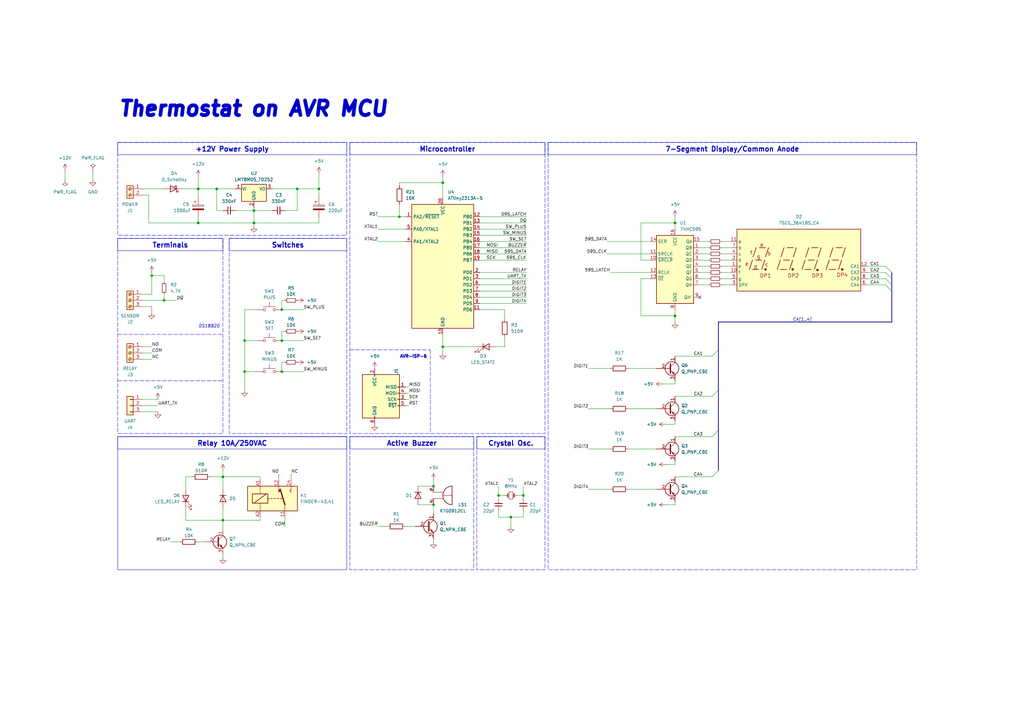
<source format=kicad_sch>
(kicad_sch (version 20230121) (generator eeschema)
  (paper "A3")
  (title_block (title "Thermostat on ATtiny2313A") (date "2023-07-02") (company "sergeeyyarkov"))
  (lib_symbols
    (symbol "74xx:74HC595"
      (property "Reference" "U" (at -7.62 13.97 0))
      (property "Value" "74HC595" (at -7.62 -16.51 0))
      (symbol "74HC595_1_0"
        (pin tri_state line (at 10.16 7.62 180) (length 2.54) (name "QB") (number "1"))
        (pin input line (at -10.16 2.54 0) (length 2.54) (name "~{SRCLR}") (number "10"))
        (pin input line (at -10.16 5.08 0) (length 2.54) (name "SRCLK") (number "11"))
        (pin input line (at -10.16 -2.54 0) (length 2.54) (name "RCLK") (number "12"))
        (pin input line (at -10.16 -5.08 0) (length 2.54) (name "~{OE}") (number "13"))
        (pin input line (at -10.16 10.16 0) (length 2.54) (name "SER") (number "14"))
        (pin tri_state line (at 10.16 10.16 180) (length 2.54) (name "QA") (number "15"))
        (pin power_in line (at 0 15.24 270) (length 2.54) (name "VCC") (number "16"))
        (pin tri_state line (at 10.16 5.08 180) (length 2.54) (name "QC") (number "2"))
        (pin tri_state line (at 10.16 2.54 180) (length 2.54) (name "QD") (number "3"))
        (pin tri_state line (at 10.16 0 180) (length 2.54) (name "QE") (number "4"))
        (pin tri_state line (at 10.16 -2.54 180) (length 2.54) (name "QF") (number "5"))
        (pin tri_state line (at 10.16 -5.08 180) (length 2.54) (name "QG") (number "6"))
        (pin tri_state line (at 10.16 -7.62 180) (length 2.54) (name "QH") (number "7"))
        (pin power_in line (at 0 -17.78 90) (length 2.54) (name "GND") (number "8"))
        (pin output line (at 10.16 -12.7 180) (length 2.54) (name "QH'") (number "9"))
      )
    )
    (symbol "Connector:AVR-ISP-6" (pin_names (offset 1.016))
      (property "Reference" "J" (at -6.35 11.43 0))
      (property "Value" "AVR-ISP-6" (at 0 11.43 0))
      (symbol "AVR-ISP-6_1_1"
        (pin passive line (at 10.16 5.08 180) (length 2.54) (name "MISO") (number "1"))
        (pin passive line (at -2.54 12.7 270) (length 2.54) (name "VCC") (number "2"))
        (pin passive line (at 10.16 0 180) (length 2.54) (name "SCK") (number "3"))
        (pin passive line (at 10.16 2.54 180) (length 2.54) (name "MOSI") (number "4"))
        (pin passive line (at 10.16 -2.54 180) (length 2.54) (name "~{RST}") (number "5"))
        (pin passive line (at -2.54 -10.16 90) (length 2.54) (name "GND") (number "6"))
      )
    )
    (symbol "Connector:Screw_Terminal_01x02" (pin_names (offset 1.016) hide)
      (property "Reference" "J" (at 0 2.54 0))
      (property "Value" "Screw_Terminal_01x02" (at 0 -5.08 0))
      (symbol "Screw_Terminal_01x02_1_1"
        (pin passive line (at -5.08 0 0) (length 3.81) (name "Pin_1") (number "1"))
        (pin passive line (at -5.08 -2.54 0) (length 3.81) (name "Pin_2") (number "2"))
      )
    )
    (symbol "Connector:Screw_Terminal_01x03" (pin_names (offset 1.016) hide)
      (property "Reference" "J" (at 0 5.08 0))
      (property "Value" "Screw_Terminal_01x03" (at 0 -5.08 0))
      (symbol "Screw_Terminal_01x03_1_1"
        (pin passive line (at -5.08 2.54 0) (length 3.81) (name "Pin_1") (number "1"))
        (pin passive line (at -5.08 0 0) (length 3.81) (name "Pin_2") (number "2"))
        (pin passive line (at -5.08 -2.54 0) (length 3.81) (name "Pin_3") (number "3"))
      )
    )
    (symbol "Connector_Generic:Conn_01x03" (pin_names (offset 1.016) hide)
      (property "Reference" "J" (at 0 5.08 0))
      (property "Value" "Conn_01x03" (at 0 -5.08 0))
      (symbol "Conn_01x03_1_1"
        (pin passive line (at -5.08 2.54 0) (length 3.81) (name "Pin_1") (number "1"))
        (pin passive line (at -5.08 0 0) (length 3.81) (name "Pin_2") (number "2"))
        (pin passive line (at -5.08 -2.54 0) (length 3.81) (name "Pin_3") (number "3"))
      )
    )
    (symbol "Device:C_Polarized" (pin_numbers hide) (pin_names (offset 0.254))
      (property "Reference" "C" (at 0.635 2.54 0))
      (property "Value" "C_Polarized" (at 0.635 -2.54 0))
      (symbol "C_Polarized_1_1"
        (pin passive line (at 0 3.81 270) (length 2.794) (name "~") (number "1"))
        (pin passive line (at 0 -3.81 90) (length 2.794) (name "~") (number "2"))
      )
    )
    (symbol "Device:C_Small" (pin_numbers hide) (pin_names (offset 0.254) hide)
      (property "Reference" "C" (at 0.254 1.778 0))
      (property "Value" "C_Small" (at 0.254 -2.032 0))
      (symbol "C_Small_1_1"
        (pin passive line (at 0 2.54 270) (length 2.032) (name "~") (number "1"))
        (pin passive line (at 0 -2.54 90) (length 2.032) (name "~") (number "2"))
      )
    )
    (symbol "Device:Crystal_Small" (pin_numbers hide) (pin_names (offset 1.016) hide)
      (property "Reference" "Y" (at 0 2.54 0))
      (property "Value" "Crystal_Small" (at 0 -2.54 0))
      (symbol "Crystal_Small_1_1"
        (pin passive line (at -2.54 0 0) (length 1.27) (name "1") (number "1"))
        (pin passive line (at 2.54 0 180) (length 1.27) (name "2") (number "2"))
      )
    )
    (symbol "Device:D" (pin_numbers hide) (pin_names (offset 1.016) hide)
      (property "Reference" "D" (at 0 2.54 0))
      (property "Value" "D" (at 0 -2.54 0))
      (symbol "D_1_1"
        (pin passive line (at -3.81 0 0) (length 2.54) (name "K") (number "1"))
        (pin passive line (at 3.81 0 180) (length 2.54) (name "A") (number "2"))
      )
    )
    (symbol "Device:D_Schottky" (pin_numbers hide) (pin_names (offset 1.016) hide)
      (property "Reference" "D" (at 0 2.54 0))
      (property "Value" "D_Schottky" (at 0 -2.54 0))
      (symbol "D_Schottky_1_1"
        (pin passive line (at -3.81 0 0) (length 2.54) (name "K") (number "1"))
        (pin passive line (at 3.81 0 180) (length 2.54) (name "A") (number "2"))
      )
    )
    (symbol "Device:LED" (pin_numbers hide) (pin_names (offset 1.016) hide)
      (property "Reference" "D" (at 0 2.54 0))
      (property "Value" "LED" (at 0 -2.54 0))
      (symbol "LED_1_1"
        (pin passive line (at -3.81 0 0) (length 2.54) (name "K") (number "1"))
        (pin passive line (at 3.81 0 180) (length 2.54) (name "A") (number "2"))
      )
    )
    (symbol "Device:Q_NPN_CBE" (pin_names (offset 0) hide)
      (property "Reference" "Q" (at 5.08 1.27 0))
      (property "Value" "Q_NPN_CBE" (at 5.08 -1.27 0))
      (symbol "Q_NPN_CBE_1_1"
        (pin passive line (at 2.54 5.08 270) (length 2.54) (name "C") (number "1"))
        (pin input line (at -5.08 0 0) (length 5.715) (name "B") (number "2"))
        (pin passive line (at 2.54 -5.08 90) (length 2.54) (name "E") (number "3"))
      )
    )
    (symbol "Device:Q_PNP_CBE" (pin_names (offset 0) hide)
      (property "Reference" "Q" (at 5.08 1.27 0))
      (property "Value" "Q_PNP_CBE" (at 5.08 -1.27 0))
      (symbol "Q_PNP_CBE_1_1"
        (pin passive line (at 2.54 5.08 270) (length 2.54) (name "C") (number "1"))
        (pin input line (at -5.08 0 0) (length 5.715) (name "B") (number "2"))
        (pin passive line (at 2.54 -5.08 90) (length 2.54) (name "E") (number "3"))
      )
    )
    (symbol "Device:R" (pin_numbers hide) (pin_names (offset 0))
      (property "Reference" "R" (at 2.032 0 90))
      (property "Value" "R" (at 0 0 90))
      (symbol "R_1_1"
        (pin passive line (at 0 3.81 270) (length 1.27) (name "~") (number "1"))
        (pin passive line (at 0 -3.81 90) (length 1.27) (name "~") (number "2"))
      )
    )
    (symbol "Device:R_Small" (pin_numbers hide) (pin_names (offset 0.254) hide)
      (property "Reference" "R" (at 0.762 0.508 0))
      (property "Value" "R_Small" (at 0.762 -1.016 0))
      (symbol "R_Small_1_1"
        (pin passive line (at 0 2.54 270) (length 0.762) (name "~") (number "1"))
        (pin passive line (at 0 -2.54 90) (length 0.762) (name "~") (number "2"))
      )
    )
    (symbol "Diode:1N4448W" (pin_numbers hide) (pin_names hide)
      (property "Reference" "D" (at 0 2.54 0))
      (property "Value" "1N4448W" (at 0 -2.54 0))
      (symbol "1N4448W_1_1"
        (pin passive line (at -3.81 0 0) (length 2.54) (name "K") (number "1"))
        (pin passive line (at 3.81 0 180) (length 2.54) (name "A") (number "2"))
      )
    )
    (symbol "MCU_Microchip_ATtiny:ATtiny2313A-S"
      (property "Reference" "U" (at -12.7 26.67 0))
      (property "Value" "ATtiny2313A-S" (at 2.54 -26.67 0))
      (symbol "ATtiny2313A-S_1_1"
        (pin bidirectional line (at -15.24 20.32 0) (length 2.54) (name "PA2/~{RESET}") (number "1"))
        (pin power_in line (at 0 -27.94 90) (length 2.54) (name "GND") (number "10"))
        (pin bidirectional line (at 15.24 -17.78 180) (length 2.54) (name "PD6") (number "11"))
        (pin bidirectional line (at 15.24 20.32 180) (length 2.54) (name "PB0") (number "12"))
        (pin bidirectional line (at 15.24 17.78 180) (length 2.54) (name "PB1") (number "13"))
        (pin bidirectional line (at 15.24 15.24 180) (length 2.54) (name "PB2") (number "14"))
        (pin bidirectional line (at 15.24 12.7 180) (length 2.54) (name "PB3") (number "15"))
        (pin bidirectional line (at 15.24 10.16 180) (length 2.54) (name "PB4") (number "16"))
        (pin bidirectional line (at 15.24 7.62 180) (length 2.54) (name "PB5") (number "17"))
        (pin bidirectional line (at 15.24 5.08 180) (length 2.54) (name "PB6") (number "18"))
        (pin bidirectional line (at 15.24 2.54 180) (length 2.54) (name "PB7") (number "19"))
        (pin bidirectional line (at 15.24 -2.54 180) (length 2.54) (name "PD0") (number "2"))
        (pin power_in line (at 0 27.94 270) (length 2.54) (name "VCC") (number "20"))
        (pin bidirectional line (at 15.24 -5.08 180) (length 2.54) (name "PD1") (number "3"))
        (pin bidirectional line (at -15.24 10.16 0) (length 2.54) (name "PA1/XTAL2") (number "4"))
        (pin bidirectional line (at -15.24 15.24 0) (length 2.54) (name "PA0/XTAL1") (number "5"))
        (pin bidirectional line (at 15.24 -7.62 180) (length 2.54) (name "PD2") (number "6"))
        (pin bidirectional line (at 15.24 -10.16 180) (length 2.54) (name "PD3") (number "7"))
        (pin bidirectional line (at 15.24 -12.7 180) (length 2.54) (name "PD4") (number "8"))
        (pin bidirectional line (at 15.24 -15.24 180) (length 2.54) (name "PD5") (number "9"))
      )
    )
    (symbol "Regulator_Linear:LM78M05_TO252" (pin_names (offset 0.254))
      (property "Reference" "U" (at -3.81 3.175 0))
      (property "Value" "LM78M05_TO252" (at 0 3.175 0))
      (symbol "LM78M05_TO252_1_1"
        (pin power_in line (at -7.62 0 0) (length 2.54) (name "VI") (number "1"))
        (pin power_in line (at 0 -7.62 90) (length 2.54) (name "GND") (number "2"))
        (pin power_out line (at 7.62 0 180) (length 2.54) (name "VO") (number "3"))
      )
    )
    (symbol "Switch:SW_Push" (pin_numbers hide) (pin_names (offset 1.016) hide)
      (property "Reference" "SW" (at 1.27 2.54 0))
      (property "Value" "SW_Push" (at 0 -1.524 0))
      (symbol "SW_Push_0_1"
        (pin passive line (at -5.08 0 0) (length 2.54) (name "1") (number "1"))
        (pin passive line (at 5.08 0 180) (length 2.54) (name "2") (number "2"))
      )
    )
    (symbol "components:7SEG_3641BS_CA"
      (property "Reference" "D" (at 24.13 13.97 0))
      (property "Value" "7SEG_3641BS_CA" (at 16.51 11.43 0))
      (symbol "7SEG_3641BS_CA_0_0"
        (text "a" (at -15.24 3.81 0) (effects (font (size 1.524 1.524))))
        (text "b" (at -12.192 0.254 0) (effects (font (size 1.524 1.524))))
        (text "c" (at -13.208 -4.318 0) (effects (font (size 1.524 1.524))))
        (text "d" (at -17.78 -5.334 0) (effects (font (size 1.524 1.524))))
        (text "DP1" (at -13.716 -8.89 0) (effects (font (size 1.524 1.524))))
        (text "DP2" (at -2.286 -8.89 0) (effects (font (size 1.524 1.524))))
        (text "DP3" (at 7.62 -8.89 0) (effects (font (size 1.524 1.524))))
        (text "DP4" (at 17.78 -8.636 0) (effects (font (size 1.524 1.524))))
        (text "e" (at -21.336 -4.064 0) (effects (font (size 1.524 1.524))))
        (text "f" (at -19.558 0.508 0) (effects (font (size 1.524 1.524))))
        (text "g" (at -16.51 -1.016 0) (effects (font (size 1.524 1.524))))
      )
      (symbol "7SEG_3641BS_CA_1_1"
        (pin input line (at -27.94 -5.08 0) (length 2.54) (name "e") (number "1"))
        (pin input line (at -27.94 -7.62 0) (length 2.54) (name "f") (number "10"))
        (pin input line (at -27.94 5.08 0) (length 2.54) (name "a") (number "11"))
        (pin input line (at 27.94 -5.08 180) (length 2.54) (name "CA1") (number "12"))
        (pin input line (at -27.94 -2.54 0) (length 2.54) (name "d") (number "2"))
        (pin input line (at -27.94 -12.7 0) (length 2.54) (name "DPX") (number "3"))
        (pin input line (at -27.94 0 0) (length 2.54) (name "c") (number "4"))
        (pin input line (at -27.94 -10.16 0) (length 2.54) (name "g") (number "5"))
        (pin input line (at 27.94 -12.7 180) (length 2.54) (name "CA4") (number "6"))
        (pin input line (at -27.94 2.54 0) (length 2.54) (name "b") (number "7"))
        (pin input line (at 27.94 -10.16 180) (length 2.54) (name "CA3") (number "8"))
        (pin input line (at 27.94 -7.62 180) (length 2.54) (name "CA2") (number "9"))
      )
    )
    (symbol "components:KTG0912CL" (pin_names (offset 1.016))
      (property "Reference" "LS" (at -2.54 6.35 0))
      (property "Value" "KTG0912CL" (at -2.54 -5.08 0))
      (symbol "KTG0912CL_0_0"
        (text "+" (at -4.318 2.54 0) (effects (font (size 1.778 1.778)) (justify left bottom)))
        (text "-" (at -4.318 -1.27 0) (effects (font (size 1.778 1.778)) (justify left bottom)))
        (pin passive line (at -2.54 -2.54 90) (length 2.54) (name "~") (number "N"))
        (pin passive line (at -2.54 5.08 270) (length 2.54) (name "~") (number "P"))
      )
    )
    (symbol "components:RELAY_FINDER-43.41"
      (property "Reference" "K" (at 11.43 2.54 0))
      (property "Value" "FINDER-43.41" (at 17.78 0 0))
      (symbol "RELAY_FINDER-43.41_1_1"
        (pin passive line (at 5.08 -8.89 90) (length 2.54) (name "~") (number "11"))
        (pin passive line (at 2.54 6.35 270) (length 2.54) (name "~") (number "12"))
        (pin passive line (at 7.62 6.35 270) (length 2.54) (name "~") (number "14"))
        (pin passive line (at -5.08 6.35 270) (length 2.54) (name "~") (number "A1"))
        (pin passive line (at -5.08 -8.89 90) (length 2.54) (name "~") (number "A2"))
      )
    )
    (symbol "power:+12V" (power) (pin_names (offset 0))
      (property "Value" "+12V" (at 0 3.556 0))
      (symbol "+12V_1_1"
        (pin power_in line (at 0 0 90) (length 0) hide (name "+12V") (number "1"))
      )
    )
    (symbol "power:+5V" (power) (pin_names (offset 0))
      (property "Value" "+5V" (at 0 3.556 0))
      (symbol "+5V_1_1"
        (pin power_in line (at 0 0 90) (length 0) hide (name "+5V") (number "1"))
      )
    )
    (symbol "power:GND" (power) (pin_names (offset 0))
      (property "Value" "GND" (at 0 -3.81 0))
      (symbol "GND_1_1"
        (pin power_in line (at 0 0 270) (length 0) hide (name "GND") (number "1"))
      )
    )
    (symbol "power:PWR_FLAG" (power) (pin_numbers hide) (pin_names (offset 0) hide)
      (property "Value" "PWR_FLAG" (at 0 3.81 0))
      (symbol "PWR_FLAG_0_0"
        (pin power_out line (at 0 0 90) (length 0) (name "pwr") (number "1"))
      )
    )
  )
  (junction (at 209.55 212.09))
  (junction (at 115.57 152.4))
  (junction (at 91.44 213.36))
  (junction (at 276.86 129.54))
  (junction (at 204.47 203.2))
  (junction (at 130.81 77.47))
  (junction (at 100.33 152.4))
  (junction (at 104.14 86.36))
  (junction (at 115.57 139.7))
  (junction (at 177.8 199.39))
  (junction (at 91.44 195.58))
  (junction (at 177.8 207.01))
  (junction (at 276.86 91.44))
  (junction (at 67.31 123.19))
  (junction (at 121.92 77.47))
  (junction (at 163.83 88.9))
  (junction (at 214.63 203.2))
  (junction (at 62.23 113.03))
  (junction (at 88.9 77.47))
  (junction (at 181.61 74.93))
  (junction (at 100.33 139.7))
  (junction (at 104.14 91.44))
  (junction (at 115.57 127))
  (junction (at 81.28 91.44))
  (junction (at 181.61 142.24))
  (junction (at 81.28 77.47))
  (no_connect (at 287.02 121.92))
  (bus_entry (at 363.22 109.22) (size 2.54 2.54))
  (bus_entry (at 292.1 162.56) (size 2.54 -2.54))
  (bus_entry (at 363.22 116.84) (size 2.54 2.54))
  (bus_entry (at 363.22 114.3) (size 2.54 2.54))
  (bus_entry (at 292.1 179.07) (size 2.54 -2.54))
  (bus_entry (at 363.22 111.76) (size 2.54 2.54))
  (bus_entry (at 292.1 146.05) (size 2.54 -2.54))
  (bus_entry (at 292.1 195.58) (size 2.54 -2.54))
  (wire (pts (xy 88.9 77.47) (xy 96.52 77.47)))
  (wire (pts (xy 167.64 161.29) (xy 166.37 161.29)))
  (polyline (pts (xy 48.26 156.21) (xy 91.44 156.21)) (stroke (width 0) (type dash)))
  (wire (pts (xy 115.57 139.7) (xy 124.46 139.7)))
  (wire (pts (xy 163.83 74.93) (xy 181.61 74.93)))
  (wire (pts (xy 287.02 109.22) (xy 290.83 109.22)))
  (wire (pts (xy 276.86 91.44) (xy 276.86 93.98)))
  (wire (pts (xy 86.36 195.58) (xy 91.44 195.58)))
  (polyline (pts (xy 176.53 143.51) (xy 176.53 177.8)) (stroke (width 0) (type dash)))
  (wire (pts (xy 130.81 71.12) (xy 130.81 77.47)))
  (bus (pts (xy 294.64 132.08) (xy 294.64 143.51)))
  (wire (pts (xy 196.85 111.76) (xy 215.9 111.76)))
  (wire (pts (xy 130.81 77.47) (xy 130.81 81.28)))
  (wire (pts (xy 196.85 101.6) (xy 215.9 101.6)))
  (wire (pts (xy 115.57 152.4) (xy 115.57 148.59)))
  (wire (pts (xy 116.84 86.36) (xy 121.92 86.36)))
  (wire (pts (xy 207.01 142.24) (xy 207.01 138.43)))
  (wire (pts (xy 262.89 114.3) (xy 262.89 129.54)))
  (wire (pts (xy 295.91 114.3) (xy 299.72 114.3)))
  (wire (pts (xy 67.31 113.03) (xy 62.23 113.03)))
  (wire (pts (xy 121.92 77.47) (xy 130.81 77.47)))
  (wire (pts (xy 69.85 222.25) (xy 73.66 222.25)))
  (wire (pts (xy 100.33 127) (xy 105.41 127)))
  (wire (pts (xy 163.83 83.82) (xy 163.83 88.9)))
  (wire (pts (xy 81.28 91.44) (xy 104.14 91.44)))
  (wire (pts (xy 62.23 125.73) (xy 62.23 128.27)))
  (wire (pts (xy 214.63 199.39) (xy 214.63 203.2)))
  (wire (pts (xy 257.81 167.64) (xy 269.24 167.64)))
  (wire (pts (xy 248.92 104.14) (xy 266.7 104.14)))
  (bus (pts (xy 294.64 176.53) (xy 294.64 193.04)))
  (wire (pts (xy 76.2 208.28) (xy 76.2 213.36)))
  (wire (pts (xy 58.42 80.01) (xy 60.96 80.01)))
  (wire (pts (xy 62.23 120.65) (xy 62.23 113.03)))
  (wire (pts (xy 58.42 166.37) (xy 64.77 166.37)))
  (wire (pts (xy 287.02 99.06) (xy 290.83 99.06)))
  (wire (pts (xy 273.05 207.01) (xy 276.86 207.01)))
  (wire (pts (xy 81.28 77.47) (xy 88.9 77.47)))
  (wire (pts (xy 119.38 194.31) (xy 119.38 196.85)))
  (wire (pts (xy 91.44 86.36) (xy 88.9 86.36)))
  (wire (pts (xy 181.61 144.78) (xy 181.61 142.24)))
  (wire (pts (xy 276.86 127) (xy 276.86 129.54)))
  (wire (pts (xy 257.81 151.13) (xy 269.24 151.13)))
  (wire (pts (xy 295.91 99.06) (xy 299.72 99.06)))
  (wire (pts (xy 81.28 77.47) (xy 81.28 81.28)))
  (wire (pts (xy 58.42 147.32) (xy 62.23 147.32)))
  (wire (pts (xy 58.42 142.24) (xy 62.23 142.24)))
  (wire (pts (xy 167.64 163.83) (xy 166.37 163.83)))
  (wire (pts (xy 295.91 109.22) (xy 299.72 109.22)))
  (bus (pts (xy 365.76 111.76) (xy 365.76 114.3)))
  (wire (pts (xy 100.33 139.7) (xy 100.33 127)))
  (wire (pts (xy 196.85 127) (xy 207.01 127)))
  (wire (pts (xy 196.85 106.68) (xy 215.9 106.68)))
  (wire (pts (xy 60.96 80.01) (xy 60.96 91.44)))
  (polyline (pts (xy 48.26 137.16) (xy 91.44 137.16)) (stroke (width 0) (type dash)))
  (wire (pts (xy 104.14 91.44) (xy 104.14 86.36)))
  (wire (pts (xy 257.81 184.15) (xy 269.24 184.15)))
  (wire (pts (xy 177.8 207.01) (xy 177.8 210.82)))
  (wire (pts (xy 181.61 137.16) (xy 181.61 142.24)))
  (wire (pts (xy 166.37 215.9) (xy 170.18 215.9)))
  (wire (pts (xy 58.42 144.78) (xy 62.23 144.78)))
  (wire (pts (xy 276.86 146.05) (xy 292.1 146.05)))
  (wire (pts (xy 196.85 121.92) (xy 215.9 121.92)))
  (wire (pts (xy 62.23 113.03) (xy 62.23 111.76)))
  (wire (pts (xy 287.02 114.3) (xy 290.83 114.3)))
  (wire (pts (xy 100.33 160.02) (xy 100.33 152.4)))
  (wire (pts (xy 196.85 88.9) (xy 215.9 88.9)))
  (wire (pts (xy 177.8 220.98) (xy 177.8 222.25)))
  (wire (pts (xy 273.05 190.5) (xy 276.86 190.5)))
  (wire (pts (xy 177.8 199.39) (xy 171.45 199.39)))
  (wire (pts (xy 276.86 162.56) (xy 292.1 162.56)))
  (wire (pts (xy 207.01 127) (xy 207.01 130.81)))
  (wire (pts (xy 181.61 74.93) (xy 181.61 81.28)))
  (wire (pts (xy 163.83 76.2) (xy 163.83 74.93)))
  (wire (pts (xy 276.86 195.58) (xy 292.1 195.58)))
  (wire (pts (xy 204.47 199.39) (xy 204.47 203.2)))
  (wire (pts (xy 154.94 88.9) (xy 163.83 88.9)))
  (wire (pts (xy 287.02 104.14) (xy 290.83 104.14)))
  (wire (pts (xy 214.63 203.2) (xy 212.09 203.2)))
  (wire (pts (xy 295.91 104.14) (xy 299.72 104.14)))
  (wire (pts (xy 196.85 99.06) (xy 215.9 99.06)))
  (wire (pts (xy 76.2 200.66) (xy 76.2 195.58)))
  (wire (pts (xy 203.2 142.24) (xy 207.01 142.24)))
  (wire (pts (xy 154.94 93.98) (xy 166.37 93.98)))
  (wire (pts (xy 241.3 151.13) (xy 250.19 151.13)))
  (wire (pts (xy 204.47 209.55) (xy 204.47 212.09)))
  (wire (pts (xy 209.55 212.09) (xy 214.63 212.09)))
  (wire (pts (xy 276.86 156.21) (xy 276.86 157.48)))
  (wire (pts (xy 96.52 86.36) (xy 104.14 86.36)))
  (wire (pts (xy 295.91 106.68) (xy 299.72 106.68)))
  (wire (pts (xy 181.61 142.24) (xy 195.58 142.24)))
  (wire (pts (xy 214.63 204.47) (xy 214.63 203.2)))
  (wire (pts (xy 60.96 91.44) (xy 81.28 91.44)))
  (wire (pts (xy 196.85 119.38) (xy 215.9 119.38)))
  (wire (pts (xy 104.14 91.44) (xy 104.14 92.71)))
  (wire (pts (xy 295.91 111.76) (xy 299.72 111.76)))
  (wire (pts (xy 106.68 195.58) (xy 106.68 196.85)))
  (bus (pts (xy 294.64 143.51) (xy 294.64 160.02)))
  (wire (pts (xy 130.81 88.9) (xy 130.81 91.44)))
  (wire (pts (xy 262.89 91.44) (xy 276.86 91.44)))
  (wire (pts (xy 271.78 157.48) (xy 276.86 157.48)))
  (wire (pts (xy 58.42 123.19) (xy 67.31 123.19)))
  (wire (pts (xy 167.64 166.37) (xy 166.37 166.37)))
  (wire (pts (xy 209.55 212.09) (xy 209.55 215.9)))
  (wire (pts (xy 58.42 120.65) (xy 62.23 120.65)))
  (wire (pts (xy 91.44 195.58) (xy 106.68 195.58)))
  (wire (pts (xy 111.76 77.47) (xy 121.92 77.47)))
  (wire (pts (xy 171.45 207.01) (xy 177.8 207.01)))
  (wire (pts (xy 196.85 116.84) (xy 215.9 116.84)))
  (wire (pts (xy 121.92 86.36) (xy 121.92 77.47)))
  (wire (pts (xy 91.44 200.66) (xy 91.44 195.58)))
  (wire (pts (xy 116.84 212.09) (xy 116.84 215.9)))
  (wire (pts (xy 196.85 124.46) (xy 215.9 124.46)))
  (wire (pts (xy 196.85 114.3) (xy 215.9 114.3)))
  (wire (pts (xy 355.6 109.22) (xy 363.22 109.22)))
  (wire (pts (xy 276.86 88.9) (xy 276.86 91.44)))
  (wire (pts (xy 115.57 139.7) (xy 115.57 135.89)))
  (wire (pts (xy 26.67 69.85) (xy 26.67 73.66)))
  (wire (pts (xy 241.3 200.66) (xy 250.19 200.66)))
  (wire (pts (xy 130.81 91.44) (xy 104.14 91.44)))
  (wire (pts (xy 58.42 77.47) (xy 67.31 77.47)))
  (wire (pts (xy 76.2 195.58) (xy 78.74 195.58)))
  (wire (pts (xy 196.85 104.14) (xy 215.9 104.14)))
  (bus (pts (xy 365.76 116.84) (xy 365.76 119.38)))
  (wire (pts (xy 355.6 114.3) (xy 363.22 114.3)))
  (wire (pts (xy 81.28 222.25) (xy 83.82 222.25)))
  (wire (pts (xy 67.31 123.19) (xy 72.39 123.19)))
  (bus (pts (xy 294.64 160.02) (xy 294.64 176.53)))
  (wire (pts (xy 100.33 152.4) (xy 100.33 139.7)))
  (wire (pts (xy 241.3 167.64) (xy 250.19 167.64)))
  (wire (pts (xy 106.68 213.36) (xy 106.68 212.09)))
  (wire (pts (xy 115.57 127) (xy 124.46 127)))
  (wire (pts (xy 104.14 86.36) (xy 111.76 86.36)))
  (wire (pts (xy 273.05 173.99) (xy 276.86 173.99)))
  (wire (pts (xy 67.31 115.57) (xy 67.31 113.03)))
  (wire (pts (xy 204.47 203.2) (xy 207.01 203.2)))
  (wire (pts (xy 257.81 200.66) (xy 269.24 200.66)))
  (wire (pts (xy 262.89 129.54) (xy 276.86 129.54)))
  (wire (pts (xy 67.31 120.65) (xy 67.31 123.19)))
  (wire (pts (xy 91.44 213.36) (xy 106.68 213.36)))
  (wire (pts (xy 76.2 213.36) (xy 91.44 213.36)))
  (wire (pts (xy 266.7 106.68) (xy 262.89 106.68)))
  (wire (pts (xy 91.44 213.36) (xy 91.44 217.17)))
  (wire (pts (xy 81.28 88.9) (xy 81.28 91.44)))
  (wire (pts (xy 104.14 85.09) (xy 104.14 86.36)))
  (wire (pts (xy 115.57 152.4) (xy 124.46 152.4)))
  (wire (pts (xy 91.44 208.28) (xy 91.44 213.36)))
  (wire (pts (xy 276.86 173.99) (xy 276.86 172.72)))
  (wire (pts (xy 74.93 77.47) (xy 81.28 77.47)))
  (wire (pts (xy 81.28 72.39) (xy 81.28 77.47)))
  (wire (pts (xy 276.86 132.08) (xy 276.86 129.54)))
  (wire (pts (xy 287.02 111.76) (xy 290.83 111.76)))
  (wire (pts (xy 154.94 99.06) (xy 166.37 99.06)))
  (wire (pts (xy 276.86 190.5) (xy 276.86 189.23)))
  (wire (pts (xy 287.02 101.6) (xy 290.83 101.6)))
  (wire (pts (xy 250.19 184.15) (xy 241.3 184.15)))
  (bus (pts (xy 365.76 132.08) (xy 294.64 132.08)))
  (wire (pts (xy 287.02 116.84) (xy 290.83 116.84)))
  (wire (pts (xy 204.47 204.47) (xy 204.47 203.2)))
  (wire (pts (xy 196.85 96.52) (xy 215.9 96.52)))
  (wire (pts (xy 115.57 123.19) (xy 116.84 123.19)))
  (wire (pts (xy 248.92 99.06) (xy 266.7 99.06)))
  (wire (pts (xy 266.7 114.3) (xy 262.89 114.3)))
  (wire (pts (xy 276.86 179.07) (xy 292.1 179.07)))
  (wire (pts (xy 196.85 93.98) (xy 215.9 93.98)))
  (wire (pts (xy 100.33 139.7) (xy 105.41 139.7)))
  (wire (pts (xy 58.42 168.91) (xy 64.77 168.91)))
  (wire (pts (xy 276.86 207.01) (xy 276.86 205.74)))
  (wire (pts (xy 88.9 86.36) (xy 88.9 77.47)))
  (wire (pts (xy 91.44 227.33) (xy 91.44 228.6)))
  (wire (pts (xy 266.7 111.76) (xy 250.19 111.76)))
  (wire (pts (xy 214.63 212.09) (xy 214.63 209.55)))
  (bus (pts (xy 365.76 119.38) (xy 365.76 132.08)))
  (wire (pts (xy 204.47 212.09) (xy 209.55 212.09)))
  (wire (pts (xy 163.83 88.9) (xy 166.37 88.9)))
  (wire (pts (xy 154.94 215.9) (xy 158.75 215.9)))
  (wire (pts (xy 295.91 101.6) (xy 299.72 101.6)))
  (wire (pts (xy 115.57 127) (xy 115.57 123.19)))
  (wire (pts (xy 38.1 69.85) (xy 38.1 73.66)))
  (wire (pts (xy 295.91 116.84) (xy 299.72 116.84)))
  (wire (pts (xy 115.57 135.89) (xy 116.84 135.89)))
  (wire (pts (xy 58.42 163.83) (xy 64.77 163.83)))
  (wire (pts (xy 355.6 116.84) (xy 363.22 116.84)))
  (wire (pts (xy 196.85 91.44) (xy 215.9 91.44)))
  (wire (pts (xy 115.57 148.59) (xy 116.84 148.59)))
  (wire (pts (xy 91.44 193.04) (xy 91.44 195.58)))
  (wire (pts (xy 177.8 196.85) (xy 177.8 199.39)))
  (wire (pts (xy 167.64 158.75) (xy 166.37 158.75)))
  (wire (pts (xy 100.33 152.4) (xy 105.41 152.4)))
  (wire (pts (xy 114.3 194.31) (xy 114.3 196.85)))
  (wire (pts (xy 181.61 72.39) (xy 181.61 74.93)))
  (wire (pts (xy 355.6 111.76) (xy 363.22 111.76)))
  (wire (pts (xy 287.02 106.68) (xy 290.83 106.68)))
  (polyline (pts (xy 143.51 143.51) (xy 176.53 143.51)) (stroke (width 0) (type dash)))
  (bus (pts (xy 365.76 114.3) (xy 365.76 116.84)))
  (wire (pts (xy 58.42 125.73) (xy 62.23 125.73)))
  (wire (pts (xy 262.89 91.44) (xy 262.89 106.68)))
  (rectangle (start 224.79 58.42) (end 375.92 233.68) (stroke (width 0) (type dash)))
  (rectangle (start 195.58 179.07) (end 223.52 233.68) (stroke (width 0) (type dash)))
  (rectangle (start 48.26 58.42) (end 142.24 96.52) (stroke (width 0) (type dash)))
  (rectangle (start 48.26 179.07) (end 142.24 233.68))
  (rectangle (start 48.26 97.79) (end 91.44 177.8) (stroke (width 0) (type dash)))
  (rectangle (start 93.98 97.79) (end 142.24 177.8) (stroke (width 0) (type dash)))
  (rectangle (start 143.51 179.07) (end 194.31 233.68) (stroke (width 0) (type dash)))
  (rectangle (start 143.51 58.42) (end 223.52 177.8) (stroke (width 0) (type dash)))
  (text_box "Active Buzzer" (at 143.51 179.07 0) (size 50.8 5.08) (effects (font (size 2 2) (thickness 0.4) bold) (justify top)))
  (text_box "Terminals" (at 48.26 97.79 0) (size 43.18 5.08) (effects (font (size 2 2) (thickness 0.4) bold) (justify top)))
  (text_box "+12V Power Supply" (at 48.26 58.42 0) (size 93.98 5.08) (effects (font (size 2 2) (thickness 0.4) bold) (justify top)))
  (text_box "Crystal Osc." (at 195.58 179.07 0) (size 27.94 5.08) (effects (font (size 2 2) (thickness 0.4) bold) (justify top)))
  (text_box "Relay 10A/250VAC" (at 48.26 179.07 0) (size 93.98 5.08) (effects (font (size 2 2) (thickness 0.4) bold) (justify top)))
  (text_box "Switches" (at 93.98 97.79 0) (size 48.26 5.08) (effects (font (size 2 2) (thickness 0.4) bold) (justify top)))
  (text_box "7-Segment Display/Common Anode" (at 224.79 58.42 0) (size 151.13 5.08) (effects (font (size 2 2) (thickness 0.4) bold) (justify top)))
  (text_box "Microcontroller" (at 143.51 58.42 0) (size 80.01 5.08) (effects (font (size 2 2) (thickness 0.4) bold) (justify top)))
  (text "Thermostat on AVR MCU" (at 48.26 48.26 0) (effects (font (size 6 6) (thickness 2) bold italic) (justify left bottom)))
  (text "DS18B20" (at 90.17 134.62 0) (effects (font (size 1.27 1.27) italic) (justify right bottom)))
  (label "CA3" (at 284.48 179.07 0))
  (label "RELAY" (at 69.85 222.25 180) (effects (font italic)))
  (label "DIGIT1" (at 241.3 151.13 180) (effects (font italic)))
  (label "DIGIT2" (at 215.9 119.38 180) (effects (font italic)))
  (label "DIGIT4" (at 215.9 124.46 180) (effects (font italic)))
  (label "DIGIT3" (at 215.9 121.92 180) (effects (font italic)))
  (label "XTAL1" (at 204.47 199.39 180) (effects (font italic)))
  (label "SW_SET" (at 215.9 99.06 180) (effects (font italic)))
  (label "DIGIT4" (at 241.3 200.66 180) (effects (font italic)))
  (label "COM" (at 62.23 144.78 0) (effects (font italic)))
  (label "595_DATA" (at 215.9 104.14 180) (effects (font italic)))
  (label "CA2" (at 284.48 162.56 0))
  (label "BUZZER" (at 215.9 101.6 180) (effects (font italic)))
  (label "BUZZER" (at 154.94 215.9 180) (effects (font italic)))
  (label "SW_MINUS" (at 215.9 96.52 180) (effects (font italic)))
  (label "DIGIT2" (at 241.3 167.64 180) (effects (font italic)))
  (label "UART_TX" (at 64.77 166.37 0) (effects (font italic)))
  (label "MISO" (at 167.64 158.75 0) (effects (font italic)))
  (label "RELAY" (at 215.9 111.76 180) (effects (font italic)))
  (label "DIGIT1" (at 215.9 116.84 180) (effects (font italic)))
  (label "SCK" (at 167.64 163.83 0) (effects (font italic)))
  (label "595_CLK" (at 215.9 106.68 180) (effects (font italic)))
  (label "595_DATA" (at 248.92 99.06 180) (effects (font italic)))
  (label "595_LATCH" (at 250.19 111.76 180) (effects (font italic)))
  (label "595_LATCH" (at 215.9 88.9 180) (effects (font italic)))
  (label "DQ" (at 215.9 91.44 180) (effects (font italic)))
  (label "MOSI" (at 167.64 161.29 0) (effects (font italic)))
  (label "MISO" (at 199.39 104.14 0) (effects (font italic)))
  (label "UART_TX" (at 215.9 114.3 180) (effects (font italic)))
  (label "CA4" (at 356.87 116.84 0))
  (label "NC" (at 62.23 147.32 0) (effects (font italic)))
  (label "CA1" (at 284.48 146.05 0))
  (label "XTAL2" (at 154.94 99.06 180) (effects (font italic)))
  (label "XTAL2" (at 214.63 199.39 0) (effects (font italic)))
  (label "CA[1..4]" (at 325.12 132.08 0) (effects (font italic)))
  (label "XTAL1" (at 154.94 93.98 180) (effects (font italic)))
  (label "MOSI" (at 199.39 101.6 0) (effects (font italic)))
  (label "595_CLK" (at 248.92 104.14 180) (effects (font italic)))
  (label "RST" (at 167.64 166.37 0) (effects (font italic)))
  (label "NO" (at 114.3 194.31 180) (effects (font italic)))
  (label "CA2" (at 356.87 111.76 0))
  (label "COM" (at 116.84 215.9 180) (effects (font italic)))
  (label "SW_SET" (at 124.46 139.7 0) (effects (font italic)))
  (label "CA4" (at 284.48 195.58 0))
  (label "NC" (at 119.38 194.31 0) (effects (font italic)))
  (label "DIGIT3" (at 241.3 184.15 180) (effects (font italic)))
  (label "CA3" (at 356.87 114.3 0))
  (label "SW_PLUS" (at 124.46 127 0) (effects (font italic)))
  (label "SW_PLUS" (at 215.9 93.98 180) (effects (font italic)))
  (label "DQ" (at 72.39 123.19 0) (effects (font italic)))
  (label "SW_MINUS" (at 124.46 152.4 0) (effects (font italic)))
  (label "NO" (at 62.23 142.24 0) (effects (font italic)))
  (label "RST" (at 154.94 88.9 180) (effects (font italic)))
  (label "SCK" (at 199.39 106.68 0) (effects (font italic)))
  (label "CA1" (at 356.87 109.22 0))
  (symbol (lib_id "power:+12V") (at 91.44 193.04 0) (unit 1)
    (property "Reference" "#PWR013" (effects hide))
    (property "Value" "+12V" (at 91.44 187.96 0))
  )
  (symbol (lib_id "Device:Q_PNP_CBE") (at 274.32 167.64 0) (unit 1)
    (property "Reference" "Q2" (at 279.4 166.37 0) (effects (justify left)))
    (property "Value" "Q_PNP_CBE" (at 279.4 168.91 0) (effects (justify left)))
    (property "Footprint" "Package_TO_SOT_SMD:SOT-23" (effects hide))
  )
  (symbol (lib_id "Device:R") (at 77.47 222.25 90) (unit 1)
    (property "Reference" "R4" (at 77.47 217.17 90))
    (property "Value" "10K" (at 77.47 219.71 90))
    (property "Footprint" "Resistor_SMD:R_0805_2012Metric" (effects hide))
  )
  (symbol (lib_id "power:+5V") (at 130.81 71.12 0) (unit 1)
    (property "Reference" "#PWR028" (effects hide))
    (property "Value" "+5V" (at 130.81 66.04 0))
  )
  (symbol (lib_id "Device:LED") (at 199.39 142.24 0) (unit 1)
    (property "Reference" "D3" (at 198.12 146.05 0))
    (property "Value" "LED_STATE" (at 198.12 148.59 0))
    (property "Footprint" "LED_SMD:LED_0805_2012Metric" (effects hide))
  )
  (symbol (lib_id "power:+5V") (at 153.67 151.13 0) (unit 1)
    (property "Reference" "#PWR022" (effects hide))
    (property "Value" "+5V" (at 153.67 146.05 0))
  )
  (symbol (lib_id "Device:R") (at 254 151.13 90) (unit 1)
    (property "Reference" "R17" (at 254 144.78 90))
    (property "Value" "1K" (at 254 147.32 90))
    (property "Footprint" "Resistor_SMD:R_0805_2012Metric" (effects hide))
  )
  (symbol (lib_id "power:+5V") (at 181.61 72.39 0) (unit 1)
    (property "Reference" "#PWR02" (effects hide))
    (property "Value" "+5V" (at 181.61 67.31 0))
  )
  (symbol (lib_id "power:GND") (at 209.55 215.9 0) (unit 1)
    (property "Reference" "#PWR01" (effects hide))
    (property "Value" "GND" (effects hide))
  )
  (symbol (lib_id "power:PWR_FLAG") (at 38.1 69.85 0) (unit 1)
    (property "Reference" "#FLG01" (effects hide))
    (property "Value" "PWR_FLAG" (at 38.1 64.77 0))
  )
  (symbol (lib_id "power:+5V") (at 62.23 111.76 0) (unit 1)
    (property "Reference" "#PWR010" (effects hide))
    (property "Value" "+5V" (at 62.23 106.68 0))
  )
  (symbol (lib_id "Device:R") (at 82.55 195.58 90) (unit 1)
    (property "Reference" "R8" (at 82.55 190.5 90))
    (property "Value" "510R" (at 82.55 193.04 90))
    (property "Footprint" "Resistor_SMD:R_0805_2012Metric" (effects hide))
  )
  (symbol (lib_id "Device:Q_PNP_CBE") (at 274.32 200.66 0) (unit 1)
    (property "Reference" "Q4" (at 279.4 199.39 0) (effects (justify left)))
    (property "Value" "Q_PNP_CBE" (at 279.4 201.93 0) (effects (justify left)))
    (property "Footprint" "Package_TO_SOT_SMD:SOT-23" (effects hide))
  )
  (symbol (lib_id "Device:C_Small") (at 204.47 207.01 180) (unit 1)
    (property "Reference" "C2" (at 198.12 207.01 0) (effects (justify right)))
    (property "Value" "22pF" (at 198.12 209.55 0) (effects (justify right)))
    (property "Footprint" "Capacitor_SMD:C_0805_2012Metric" (effects hide))
  )
  (symbol (lib_id "power:+5V") (at 121.92 123.19 270) (unit 1)
    (property "Reference" "#PWR015" (effects hide))
    (property "Value" "+5V" (at 125.73 123.19 90) (effects (justify left)))
  )
  (symbol (lib_id "Device:R_Small") (at 293.37 114.3 90) (unit 1)
    (property "Reference" "R15" (effects hide))
    (property "Value" "330R" (effects hide))
    (property "Footprint" "Resistor_SMD:R_0805_2012Metric" (effects hide))
  )
  (symbol (lib_id "power:GND") (at 38.1 73.66 0) (unit 1)
    (property "Reference" "#PWR027" (effects hide))
    (property "Value" "GND" (at 38.1 78.74 0))
  )
  (symbol (lib_id "power:+5V") (at 177.8 196.85 0) (unit 1)
    (property "Reference" "#PWR018" (effects hide))
    (property "Value" "+5V" (at 177.8 191.77 0))
  )
  (symbol (lib_id "Device:R_Small") (at 293.37 116.84 90) (unit 1)
    (property "Reference" "R16" (effects hide))
    (property "Value" "330R" (effects hide))
    (property "Footprint" "Resistor_SMD:R_0805_2012Metric" (effects hide))
  )
  (symbol (lib_id "power:+5V") (at 121.92 148.59 270) (unit 1)
    (property "Reference" "#PWR017" (effects hide))
    (property "Value" "+5V" (at 125.73 148.59 90) (effects (justify left)))
  )
  (symbol (lib_id "components:7SEG_3641BS_CA") (at 327.66 104.14 0) (unit 1)
    (property "Reference" "D2" (at 327.66 88.9 0))
    (property "Value" "7SEG_3641BS_CA" (at 327.66 91.44 0))
    (property "Footprint" "footprints:7SEG_3641BS" (effects hide))
  )
  (symbol (lib_id "Device:R") (at 254 184.15 90) (unit 1)
    (property "Reference" "R19" (at 254 177.8 90))
    (property "Value" "1K" (at 254 180.34 90))
    (property "Footprint" "Resistor_SMD:R_0805_2012Metric" (effects hide))
  )
  (symbol (lib_id "power:+5V") (at 121.92 135.89 270) (unit 1)
    (property "Reference" "#PWR016" (effects hide))
    (property "Value" "+5V" (at 125.73 135.89 90) (effects (justify left)))
  )
  (symbol (lib_id "power:GND") (at 177.8 222.25 0) (unit 1)
    (property "Reference" "#PWR03" (effects hide))
    (property "Value" "GND" (effects hide))
  )
  (symbol (lib_id "Device:R_Small") (at 119.38 123.19 90) (unit 1)
    (property "Reference" "R5" (at 119.38 118.11 90))
    (property "Value" "10K" (at 119.38 120.65 90))
    (property "Footprint" "Resistor_SMD:R_0805_2012Metric" (effects hide))
  )
  (symbol (lib_id "components:KTG0912CL") (at 180.34 204.47 0) (unit 1)
    (property "Reference" "LS1" (at 187.96 207.01 0) (effects (justify left)))
    (property "Value" "KTG0912CL" (at 180.34 209.55 0) (effects (justify left)))
    (property "Footprint" "footprints:XDCR_KTG0912CL" (effects hide))
    (property "PARTREV" "1.1" (effects hide))
    (property "STANDARD" "Manufacturer recommendations" (effects hide))
    (property "MAXIMUM_PACKAGE_HEIGHT" "5.3 mm" (effects hide))
    (property "MANUFACTURER" "Kingstate" (effects hide))
  )
  (symbol (lib_id "74xx:74HC595") (at 276.86 109.22 0) (unit 1)
    (property "Reference" "U1" (at 278.8159 91.44 0) (effects (justify left)))
    (property "Value" "74HC595" (at 278.8159 93.98 0) (effects (justify left)))
    (property "Footprint" "Package_SO:SO-16_5.3x10.2mm_P1.27mm" (effects hide))
    (property "Datasheet" "http://www.ti.com/lit/ds/symlink/sn74hc595.pdf" (effects hide))
  )
  (symbol (lib_id "Connector:AVR-ISP-6") (at 156.21 163.83 0) (unit 1)
    (property "Reference" "J5" (at 162.56 151.13 90) (effects (justify right)))
    (property "Value" "AVR-ISP-6" (at 175.26 146.05 0) (effects (font bold) (justify right)))
    (property "Footprint" "Connector_PinHeader_2.54mm:PinHeader_2x03_P2.54mm_Vertical" (effects hide))
    (property "Datasheet" " ~" (effects hide))
  )
  (symbol (lib_id "Device:Q_PNP_CBE") (at 274.32 184.15 0) (unit 1)
    (property "Reference" "Q3" (at 279.4 182.88 0) (effects (justify left)))
    (property "Value" "Q_PNP_CBE" (at 279.4 185.42 0) (effects (justify left)))
    (property "Footprint" "Package_TO_SOT_SMD:SOT-23" (effects hide))
  )
  (symbol (lib_id "power:GND") (at 276.86 132.08 0) (unit 1)
    (property "Reference" "#PWR04" (effects hide))
    (property "Value" "GND" (effects hide))
  )
  (symbol (lib_id "power:GND") (at 181.61 144.78 0) (unit 1)
    (property "Reference" "#PWR012" (effects hide))
    (property "Value" "GND" (effects hide))
  )
  (symbol (lib_id "power:PWR_FLAG") (at 26.67 73.66 180) (unit 1)
    (property "Reference" "#FLG02" (effects hide))
    (property "Value" "PWR_FLAG" (at 26.67 78.74 0))
  )
  (symbol (lib_id "Device:R_Small") (at 293.37 101.6 90) (unit 1)
    (property "Reference" "R10" (effects hide))
    (property "Value" "330R" (effects hide))
    (property "Footprint" "Resistor_SMD:R_0805_2012Metric" (effects hide))
  )
  (symbol (lib_id "Device:Crystal_Small") (at 209.55 203.2 0) (unit 1)
    (property "Reference" "Y1" (at 209.55 196.85 0))
    (property "Value" "8MHz" (at 209.55 199.39 0))
    (property "Footprint" "Crystal:Crystal_HC49-4H_Vertical" (effects hide))
  )
  (symbol (lib_id "Device:R") (at 254 200.66 90) (unit 1)
    (property "Reference" "R20" (at 254 194.31 90))
    (property "Value" "1K" (at 254 196.85 90))
    (property "Footprint" "Resistor_SMD:R_0805_2012Metric" (effects hide))
  )
  (symbol (lib_id "Device:Q_NPN_CBE") (at 88.9 222.25 0) (unit 1)
    (property "Reference" "Q7" (at 93.98 220.98 0) (effects (justify left)))
    (property "Value" "Q_NPN_CBE" (at 93.98 223.52 0) (effects (justify left)))
    (property "Footprint" "Package_TO_SOT_SMD:SOT-23" (effects hide))
  )
  (symbol (lib_id "power:+12V") (at 81.28 72.39 0) (unit 1)
    (property "Reference" "#PWR06" (effects hide))
    (property "Value" "+12V" (at 81.28 67.31 0))
  )
  (symbol (lib_id "Switch:SW_Push") (at 110.49 127 0) (unit 1)
    (property "Reference" "SW1" (at 110.49 119.38 0))
    (property "Value" "PLUS" (at 110.49 121.92 0))
    (property "Footprint" "Button_Switch_THT:SW_PUSH_6mm_H5mm" (effects hide))
  )
  (symbol (lib_id "power:+5V") (at 64.77 163.83 0) (unit 1)
    (property "Reference" "#PWR019" (effects hide))
    (property "Value" "+5V" (at 64.77 158.75 0))
  )
  (symbol (lib_id "Device:Q_PNP_CBE") (at 274.32 151.13 0) (unit 1)
    (property "Reference" "Q6" (at 279.4 149.86 0) (effects (justify left)))
    (property "Value" "Q_PNP_CBE" (at 279.4 152.4 0) (effects (justify left)))
    (property "Footprint" "Package_TO_SOT_SMD:SOT-23" (effects hide))
  )
  (symbol (lib_id "Diode:1N4448W") (at 171.45 203.2 270) (unit 1)
    (property "Reference" "D1" (at 166.37 203.2 90) (effects (justify left)))
    (property "Value" "1N4448W" (effects hide))
    (property "Footprint" "Diode_SMD:D_SOD-123" (effects hide))
    (property "Datasheet" "https://www.vishay.com/docs/85722/1n4448w.pdf" (effects hide))
    (property "Sim.Device" "D" (effects hide))
    (property "Sim.Pins" "1=K 2=A" (effects hide))
  )
  (symbol (lib_id "Device:R_Small") (at 119.38 135.89 90) (unit 1)
    (property "Reference" "R6" (at 119.38 130.81 90))
    (property "Value" "10K" (at 119.38 133.35 90))
    (property "Footprint" "Resistor_SMD:R_0805_2012Metric" (effects hide))
  )
  (symbol (lib_id "Device:R_Small") (at 67.31 118.11 180) (unit 1)
    (property "Reference" "R2" (at 69.85 116.84 0) (effects (justify right)))
    (property "Value" "4.7K" (at 69.85 119.38 0) (effects (justify right)))
    (property "Footprint" "Resistor_SMD:R_0805_2012Metric" (effects hide))
  )
  (symbol (lib_id "Device:D") (at 91.44 204.47 270) (unit 1)
    (property "Reference" "D5" (at 93.98 204.47 90) (effects (justify left)))
    (property "Value" "D" (effects hide))
    (property "Footprint" "Diode_SMD:D_SMA" (effects hide))
    (property "Sim.Device" "D" (effects hide))
    (property "Sim.Pins" "1=K 2=A" (effects hide))
  )
  (symbol (lib_id "Device:R_Small") (at 293.37 104.14 90) (unit 1)
    (property "Reference" "R11" (effects hide))
    (property "Value" "330R" (effects hide))
    (property "Footprint" "Resistor_SMD:R_0805_2012Metric" (effects hide))
  )
  (symbol (lib_id "MCU_Microchip_ATtiny:ATtiny2313A-S") (at 181.61 109.22 0) (unit 1)
    (property "Reference" "U4" (at 183.6294 78.74 0) (effects (justify left)))
    (property "Value" "ATtiny2313A-S" (at 183.6294 81.28 0) (effects (justify left)))
    (property "Footprint" "Package_SO:SOIC-20W_7.5x12.8mm_P1.27mm" (effects hide))
    (property "Datasheet" "http://ww1.microchip.com/downloads/en/DeviceDoc/doc8246.pdf" (effects hide))
  )
  (symbol (lib_id "Device:R_Small") (at 293.37 99.06 90) (unit 1)
    (property "Reference" "R9" (effects hide))
    (property "Value" "330R" (effects hide))
    (property "Footprint" "Resistor_SMD:R_0805_2012Metric" (effects hide))
  )
  (symbol (lib_id "components:RELAY_FINDER-43.41") (at 111.76 203.2 0) (unit 1)
    (property "Reference" "K1" (at 123.19 203.2 0) (effects (justify left)))
    (property "Value" "FINDER-43.41" (at 123.19 205.74 0) (effects (justify left)))
    (property "Footprint" "footprints:RELAY_FINDER-43.41" (effects hide))
  )
  (symbol (lib_id "Device:R") (at 162.56 215.9 90) (unit 1)
    (property "Reference" "R1" (at 162.56 210.82 90))
    (property "Value" "1K" (at 162.56 213.36 90))
    (property "Footprint" "Resistor_SMD:R_0805_2012Metric" (effects hide))
  )
  (symbol (lib_id "Device:C_Polarized") (at 130.81 85.09 0) (unit 1)
    (property "Reference" "C6" (at 134.62 83.82 0) (effects (justify left)))
    (property "Value" "220uF" (at 134.62 86.36 0) (effects (justify left)))
    (property "Footprint" "Capacitor_SMD:CP_Elec_6.3x7.7" (effects hide))
  )
  (symbol (lib_id "power:GND") (at 100.33 160.02 0) (unit 1)
    (property "Reference" "#PWR011" (effects hide))
    (property "Value" "GND" (effects hide))
  )
  (symbol (lib_id "Device:R_Small") (at 293.37 106.68 90) (unit 1)
    (property "Reference" "R12" (effects hide))
    (property "Value" "330R" (effects hide))
    (property "Footprint" "Resistor_SMD:R_0805_2012Metric" (effects hide))
  )
  (symbol (lib_id "power:+5V") (at 276.86 88.9 0) (unit 1)
    (property "Reference" "#PWR05" (effects hide))
    (property "Value" "+5V" (at 276.86 83.82 0))
  )
  (symbol (lib_id "power:+5V") (at 273.05 190.5 90) (unit 1)
    (property "Reference" "#PWR025" (effects hide))
    (property "Value" "+5V" (at 269.24 190.5 90) (effects (justify left)))
  )
  (symbol (lib_id "Device:R") (at 163.83 80.01 0) (unit 1)
    (property "Reference" "R21" (at 166.37 78.74 0) (effects (justify left)))
    (property "Value" "10K" (at 166.37 81.28 0) (effects (justify left)))
    (property "Footprint" "Resistor_SMD:R_0805_2012Metric" (effects hide))
  )
  (symbol (lib_id "power:+5V") (at 273.05 173.99 90) (unit 1)
    (property "Reference" "#PWR023" (effects hide))
    (property "Value" "+5V" (at 269.24 173.99 90) (effects (justify left)))
  )
  (symbol (lib_id "Device:LED") (at 76.2 204.47 90) (unit 1)
    (property "Reference" "D6" (at 71.12 203.2 90) (effects (justify right)))
    (property "Value" "LED_RELAY" (at 63.5 205.74 90) (effects (justify right)))
    (property "Footprint" "LED_SMD:LED_0805_2012Metric" (effects hide))
  )
  (symbol (lib_id "power:GND") (at 91.44 228.6 0) (unit 1)
    (property "Reference" "#PWR014" (effects hide))
    (property "Value" "GND" (effects hide))
  )
  (symbol (lib_id "Connector:Screw_Terminal_01x02") (at 53.34 77.47 0) (mirror y) (unit 1)
    (property "Reference" "J1" (at 53.34 86.36 0))
    (property "Value" "POWER" (at 53.34 83.82 0))
    (property "Footprint" "TerminalBlock_Phoenix:TerminalBlock_Phoenix_MPT-0,5-2-2.54_1x02_P2.54mm_Horizontal" (effects hide))
  )
  (symbol (lib_id "power:GND") (at 153.67 173.99 0) (unit 1)
    (property "Reference" "#PWR021" (effects hide))
    (property "Value" "GND" (effects hide))
  )
  (symbol (lib_id "Connector:Screw_Terminal_01x03") (at 53.34 144.78 0) (mirror y) (unit 1)
    (property "Reference" "J3" (at 53.34 153.67 0))
    (property "Value" "RELAY" (at 53.34 151.13 0))
    (property "Footprint" "TerminalBlock_Phoenix:TerminalBlock_Phoenix_MPT-0,5-3-2.54_1x03_P2.54mm_Horizontal" (effects hide))
  )
  (symbol (lib_id "Device:C_Polarized") (at 81.28 85.09 0) (unit 1)
    (property "Reference" "C5" (at 74.93 83.82 0) (effects (justify left)))
    (property "Value" "1000uF" (at 71.12 86.36 0) (effects (justify left)))
    (property "Footprint" "Capacitor_SMD:CP_Elec_10x10.5" (effects hide))
  )
  (symbol (lib_id "power:+12V") (at 26.67 69.85 0) (unit 1)
    (property "Reference" "#PWR07" (effects hide))
    (property "Value" "+12V" (at 26.67 64.77 0))
  )
  (symbol (lib_id "power:+5V") (at 273.05 207.01 90) (unit 1)
    (property "Reference" "#PWR026" (effects hide))
    (property "Value" "+5V" (at 269.24 207.01 90) (effects (justify left)))
  )
  (symbol (lib_id "Device:D_Schottky") (at 71.12 77.47 180) (unit 1)
    (property "Reference" "D4" (at 71.4375 71.12 0))
    (property "Value" "D_Schottky" (at 71.4375 73.66 0))
    (property "Footprint" "Diode_SMD:D_SMA" (effects hide))
  )
  (symbol (lib_id "Device:Q_NPN_CBE") (at 175.26 215.9 0) (unit 1)
    (property "Reference" "Q1" (at 180.34 214.63 0) (effects (justify left)))
    (property "Value" "Q_NPN_CBE" (at 180.34 217.17 0) (effects (justify left)))
    (property "Footprint" "Package_TO_SOT_SMD:SOT-23" (effects hide))
  )
  (symbol (lib_id "Device:R_Small") (at 119.38 148.59 90) (unit 1)
    (property "Reference" "R7" (at 119.38 143.51 90))
    (property "Value" "10K" (at 119.38 146.05 90))
    (property "Footprint" "Resistor_SMD:R_0805_2012Metric" (effects hide))
  )
  (symbol (lib_id "Device:C_Small") (at 114.3 86.36 90) (unit 1)
    (property "Reference" "C3" (at 114.3063 80.01 90))
    (property "Value" "330nF" (at 114.3063 82.55 90))
    (property "Footprint" "Capacitor_SMD:C_0805_2012Metric" (effects hide))
  )
  (symbol (lib_id "Device:C_Small") (at 93.98 86.36 90) (unit 1)
    (property "Reference" "C4" (at 93.9863 80.01 90))
    (property "Value" "330nF" (at 93.9863 82.55 90))
    (property "Footprint" "Capacitor_SMD:C_0805_2012Metric" (effects hide))
  )
  (symbol (lib_id "Device:R_Small") (at 293.37 109.22 90) (unit 1)
    (property "Reference" "R13" (effects hide))
    (property "Value" "330R" (effects hide))
    (property "Footprint" "Resistor_SMD:R_0805_2012Metric" (effects hide))
  )
  (symbol (lib_id "power:GND") (at 62.23 128.27 0) (unit 1)
    (property "Reference" "#PWR09" (effects hide))
    (property "Value" "GND" (effects hide))
  )
  (symbol (lib_id "Connector:Screw_Terminal_01x03") (at 53.34 123.19 0) (mirror y) (unit 1)
    (property "Reference" "J2" (at 53.34 132.08 0))
    (property "Value" "SENSOR" (at 53.34 129.54 0))
    (property "Footprint" "TerminalBlock_Phoenix:TerminalBlock_Phoenix_MPT-0,5-3-2.54_1x03_P2.54mm_Horizontal" (effects hide))
  )
  (symbol (lib_id "power:GND") (at 104.14 92.71 0) (unit 1)
    (property "Reference" "#PWR08" (effects hide))
    (property "Value" "GND" (effects hide))
  )
  (symbol (lib_id "power:+5V") (at 271.78 157.48 90) (unit 1)
    (property "Reference" "#PWR024" (effects hide))
    (property "Value" "+5V" (at 267.97 157.48 90) (effects (justify left)))
  )
  (symbol (lib_id "Switch:SW_Push") (at 110.49 152.4 0) (unit 1)
    (property "Reference" "SW3" (at 110.49 144.78 0))
    (property "Value" "MINUS" (at 110.49 147.32 0))
    (property "Footprint" "Button_Switch_THT:SW_PUSH_6mm_H5mm" (effects hide))
  )
  (symbol (lib_id "power:GND") (at 64.77 168.91 0) (unit 1)
    (property "Reference" "#PWR020" (effects hide))
    (property "Value" "GND" (effects hide))
  )
  (symbol (lib_id "Device:C_Small") (at 214.63 207.01 180) (unit 1)
    (property "Reference" "C1" (at 217.17 207.01 0) (effects (justify right)))
    (property "Value" "22pF" (at 217.17 209.55 0) (effects (justify right)))
    (property "Footprint" "Capacitor_SMD:C_0805_2012Metric" (effects hide))
  )
  (symbol (lib_id "Device:R_Small") (at 293.37 111.76 90) (unit 1)
    (property "Reference" "R14" (effects hide))
    (property "Value" "330R" (effects hide))
    (property "Footprint" "Resistor_SMD:R_0805_2012Metric" (effects hide))
  )
  (symbol (lib_id "Device:R") (at 207.01 134.62 0) (unit 1)
    (property "Reference" "R3" (at 209.55 133.35 0) (effects (justify left)))
    (property "Value" "510R" (at 209.55 135.89 0) (effects (justify left)))
    (property "Footprint" "Resistor_SMD:R_0805_2012Metric" (effects hide))
  )
  (symbol (lib_id "Device:R") (at 254 167.64 90) (unit 1)
    (property "Reference" "R18" (at 254 161.29 90))
    (property "Value" "1K" (at 254 163.83 90))
    (property "Footprint" "Resistor_SMD:R_0805_2012Metric" (effects hide))
  )
  (symbol (lib_id "Connector_Generic:Conn_01x03") (at 53.34 166.37 0) (mirror y) (unit 1)
    (property "Reference" "J4" (at 53.34 175.26 0))
    (property "Value" "UART" (at 53.34 172.72 0))
    (property "Footprint" "Connector_PinHeader_2.54mm:PinHeader_1x03_P2.54mm_Vertical" (effects hide))
  )
  (symbol (lib_id "Regulator_Linear:LM78M05_TO252") (at 104.14 77.47 0) (unit 1)
    (property "Reference" "U2" (at 104.14 71.12 0))
    (property "Value" "LM78M05_TO252" (at 104.14 73.66 0))
    (property "Footprint" "Package_TO_SOT_SMD:TO-252-2" (effects hide))
    (property "Datasheet" "https://www.onsemi.com/pub/Collateral/MC78M00-D.PDF" (effects hide))
  )
  (symbol (lib_id "Switch:SW_Push") (at 110.49 139.7 0) (unit 1)
    (property "Reference" "SW2" (at 110.49 132.08 0))
    (property "Value" "SET" (at 110.49 134.62 0))
    (property "Footprint" "Button_Switch_THT:SW_PUSH_6mm_H5mm" (effects hide))
  )
)
</source>
